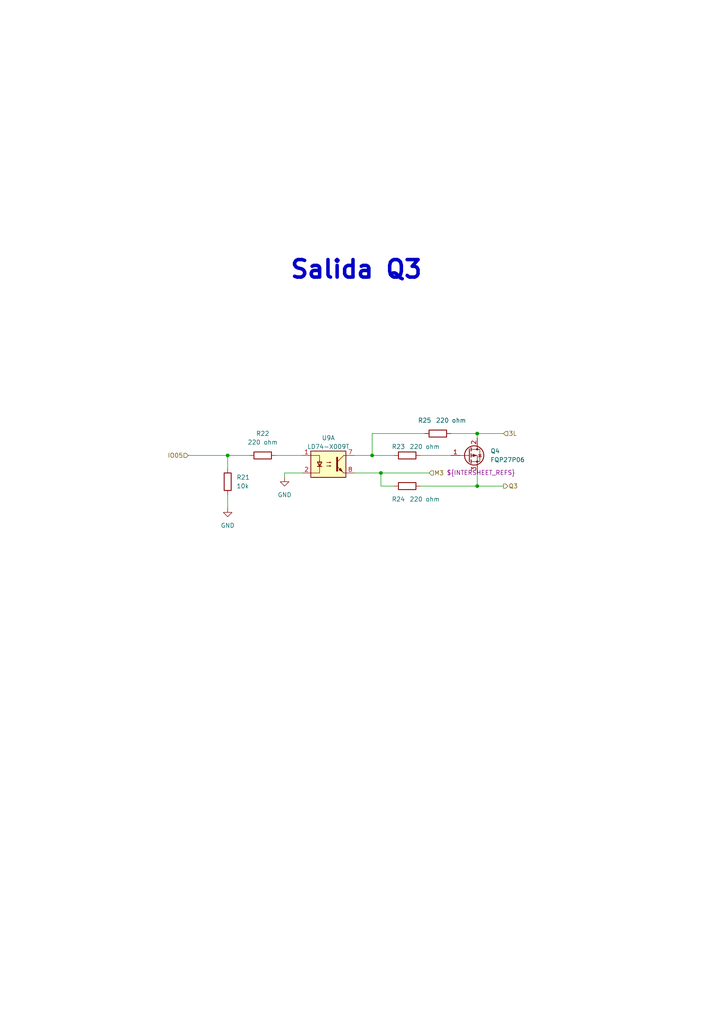
<source format=kicad_sch>
(kicad_sch (version 20221004) (generator eeschema)
  (paper "A4" portrait)
  (title_block (date "2022-10-09") (rev "José Luis Laica"))
  (lib_symbols
    (symbol "Device:R" (pin_numbers hide) (pin_names (offset 0))
      (property "Reference" "R" (at 2.032 0 90))
      (property "Value" "R" (at 0 0 90))
      (symbol "R_0_1"
        (rectangle (start -1.016 -2.54) (end 1.016 2.54) (stroke (width 0.254)))
      )
      (symbol "R_1_1"
        (pin passive line (at 0 3.81 270) (length 1.27) (name "~") (number "1"))
        (pin passive line (at 0 -3.81 90) (length 1.27) (name "~") (number "2"))
      )
    )
    (symbol "Isolator:ILD74" (pin_names (offset 1.016))
      (property "Reference" "U" (at -5.08 5.08 0))
      (property "Value" "ILD74" (at 0 5.08 0))
      (symbol "ILD74_0_1"
        (rectangle (start -5.08 3.81) (end 5.08 -3.81) (stroke (width 0.254)) (fill (type background)))
        (polyline (pts (xy -3.175 -0.635) (xy -1.905 -0.635)) (stroke (width 0.254)))
        (polyline (pts (xy 2.54 0.635) (xy 4.445 2.54)))
        (polyline (pts (xy 4.445 -2.54) (xy 2.54 -0.635)) (fill (type outline)))
        (polyline (pts (xy 4.445 -2.54) (xy 5.08 -2.54)))
        (polyline (pts (xy 4.445 2.54) (xy 5.08 2.54)))
        (polyline (pts (xy -5.08 2.54) (xy -2.54 2.54) (xy -2.54 0.635)))
        (polyline (pts (xy 2.54 1.905) (xy 2.54 -1.905) (xy 2.54 -1.905)) (stroke (width 0.508)))
        (polyline (pts (xy -2.54 -0.635) (xy -3.175 0.635) (xy -1.905 0.635) (xy -2.54 -0.635)) (stroke (width 0.254)))
        (polyline (pts (xy -2.54 -0.635) (xy -2.54 1.27) (xy -2.54 -2.54) (xy -5.08 -2.54)))
        (polyline (pts (xy -0.508 -0.508) (xy 0.762 -0.508) (xy 0.381 -0.635) (xy 0.381 -0.381) (xy 0.762 -0.508)))
        (polyline (pts (xy -0.508 0.508) (xy 0.762 0.508) (xy 0.381 0.381) (xy 0.381 0.635) (xy 0.762 0.508)))
        (polyline (pts (xy 3.048 -1.651) (xy 3.556 -1.143) (xy 4.064 -2.159) (xy 3.048 -1.651) (xy 3.048 -1.651)) (fill (type outline)))
      )
      (symbol "ILD74_1_1"
        (pin passive line (at -7.62 2.54 0) (length 2.54) (name "~") (number "1"))
        (pin passive line (at -7.62 -2.54 0) (length 2.54) (name "~") (number "2"))
        (pin passive line (at 7.62 2.54 180) (length 2.54) (name "~") (number "7"))
        (pin passive line (at 7.62 -2.54 180) (length 2.54) (name "~") (number "8"))
      )
      (symbol "ILD74_2_1"
        (pin passive line (at -7.62 -2.54 0) (length 2.54) (name "~") (number "3"))
        (pin passive line (at -7.62 2.54 0) (length 2.54) (name "~") (number "4"))
        (pin passive line (at 7.62 -2.54 180) (length 2.54) (name "~") (number "5"))
        (pin passive line (at 7.62 2.54 180) (length 2.54) (name "~") (number "6"))
      )
    )
    (symbol "Transistor_FET:FQP27P06" (pin_names hide)
      (property "Reference" "Q" (at 5.08 1.905 0))
      (property "Value" "FQP27P06" (at 5.08 0 0))
      (symbol "FQP27P06_0_1"
        (polyline (pts (xy 0.254 0) (xy -2.54 0)))
        (polyline (pts (xy 0.254 1.905) (xy 0.254 -1.905)) (stroke (width 0.254)))
        (polyline (pts (xy 0.762 -1.27) (xy 0.762 -2.286)) (stroke (width 0.254)))
        (polyline (pts (xy 0.762 0.508) (xy 0.762 -0.508)) (stroke (width 0.254)))
        (polyline (pts (xy 0.762 2.286) (xy 0.762 1.27)) (stroke (width 0.254)))
        (polyline (pts (xy 2.54 2.54) (xy 2.54 1.778)))
        (polyline (pts (xy 2.54 -2.54) (xy 2.54 0) (xy 0.762 0)))
        (polyline (pts (xy 0.762 1.778) (xy 3.302 1.778) (xy 3.302 -1.778) (xy 0.762 -1.778)))
        (polyline (pts (xy 2.286 0) (xy 1.27 0.381) (xy 1.27 -0.381) (xy 2.286 0)) (fill (type outline)))
        (polyline (pts (xy 2.794 -0.508) (xy 2.921 -0.381) (xy 3.683 -0.381) (xy 3.81 -0.254)))
        (polyline (pts (xy 3.302 -0.381) (xy 2.921 0.254) (xy 3.683 0.254) (xy 3.302 -0.381)))
        (circle (center 1.651 0) (radius 2.794) (stroke (width 0.254)))
        (circle (center 2.54 -1.778) (radius 0.254) (fill (type outline)))
        (circle (center 2.54 1.778) (radius 0.254) (fill (type outline)))
      )
      (symbol "FQP27P06_1_1"
        (pin input line (at -5.08 0 0) (length 2.54) (name "G") (number "1"))
        (pin passive line (at 2.54 5.08 270) (length 2.54) (name "D") (number "2"))
        (pin passive line (at 2.54 -5.08 90) (length 2.54) (name "S") (number "3"))
      )
    )
    (symbol "power:GND" (power) (pin_names (offset 0))
      (property "Value" "GND" (at 0 -3.81 0))
      (symbol "GND_0_1"
        (polyline (pts (xy 0 0) (xy 0 -1.27) (xy 1.27 -1.27) (xy 0 -2.54) (xy -1.27 -1.27) (xy 0 -1.27)))
      )
      (symbol "GND_1_1"
        (pin power_in line (at 0 0 270) (length 0) hide (name "GND") (number "1"))
      )
    )
  )
  (junction (at 107.95 132.08))
  (junction (at 138.43 140.97))
  (junction (at 138.43 125.73))
  (junction (at 110.49 137.16))
  (junction (at 66.04 132.08))
  (wire (pts (xy 102.87 132.08) (xy 107.95 132.08)))
  (wire (pts (xy 138.43 140.97) (xy 146.05 140.97)))
  (wire (pts (xy 138.43 125.73) (xy 146.05 125.73)))
  (wire (pts (xy 110.49 140.97) (xy 110.49 137.16)))
  (wire (pts (xy 121.92 132.08) (xy 130.81 132.08)))
  (wire (pts (xy 66.04 132.08) (xy 66.04 135.89)))
  (wire (pts (xy 54.61 132.08) (xy 66.04 132.08)))
  (wire (pts (xy 66.04 143.51) (xy 66.04 147.32)))
  (wire (pts (xy 107.95 125.73) (xy 107.95 132.08)))
  (wire (pts (xy 82.55 137.16) (xy 82.55 138.43)))
  (wire (pts (xy 80.01 132.08) (xy 87.63 132.08)))
  (wire (pts (xy 66.04 132.08) (xy 72.39 132.08)))
  (wire (pts (xy 123.19 125.73) (xy 107.95 125.73)))
  (wire (pts (xy 138.43 125.73) (xy 138.43 127)))
  (wire (pts (xy 107.95 132.08) (xy 114.3 132.08)))
  (wire (pts (xy 121.92 140.97) (xy 138.43 140.97)))
  (wire (pts (xy 110.49 137.16) (xy 102.87 137.16)))
  (wire (pts (xy 114.3 140.97) (xy 110.49 140.97)))
  (wire (pts (xy 110.49 137.16) (xy 124.46 137.16)))
  (wire (pts (xy 87.63 137.16) (xy 82.55 137.16)))
  (wire (pts (xy 138.43 140.97) (xy 138.43 137.16)))
  (wire (pts (xy 130.81 125.73) (xy 138.43 125.73)))
  (text "Salida Q3" (at 83.82 81.28 0) (effects (font (size 5.08 5.08) (thickness 1.016) bold) (justify left bottom)))
  (hierarchical_label "3L" (shape input) (at 146.05 125.73 0))
  (hierarchical_label "Q3" (shape output) (at 146.05 140.97 0))
  (hierarchical_label "M3" (shape input) (at 124.46 137.16 0) (property "Intersheet References" "${INTERSHEET_REFS}" (at 129.5341 137.0806 0) (effects (justify left))))
  (hierarchical_label "IO05" (shape input) (at 54.61 132.08 180))
  (symbol (lib_id "Device:R") (at 66.04 139.7 0) (unit 1)
    (property "Reference" "R21" (at 68.58 138.4299 0) (effects (justify left)))
    (property "Value" "10k" (at 68.58 140.9699 0) (effects (justify left)))
    (property "Footprint" "Resistor_SMD:R_0603_1608Metric" (effects hide))
  )
  (symbol (lib_id "power:GND") (at 66.04 147.32 0) (unit 1)
    (property "Reference" "#PWR016" (effects hide))
    (property "Value" "GND" (at 66.04 152.4 0))
  )
  (symbol (lib_id "Device:R") (at 127 125.73 90) (unit 1)
    (property "Reference" "R25" (at 123.19 121.92 90))
    (property "Value" "220 ohm" (at 130.81 121.92 90))
    (property "Footprint" "Resistor_SMD:R_0603_1608Metric" (effects hide))
  )
  (symbol (lib_id "Device:R") (at 118.11 140.97 90) (unit 1)
    (property "Reference" "R24" (at 115.57 144.78 90))
    (property "Value" "220 ohm" (at 123.19 144.78 90))
    (property "Footprint" "Resistor_SMD:R_0603_1608Metric" (effects hide))
  )
  (symbol (lib_id "power:GND") (at 82.55 138.43 0) (unit 1)
    (property "Reference" "#PWR017" (effects hide))
    (property "Value" "GND" (at 82.55 143.51 0))
  )
  (symbol (lib_id "Device:R") (at 118.11 132.08 90) (unit 1)
    (property "Reference" "R23" (at 115.57 129.54 90))
    (property "Value" "220 ohm" (at 123.19 129.54 90))
    (property "Footprint" "Resistor_SMD:R_0603_1608Metric" (effects hide))
  )
  (symbol (lib_id "Device:R") (at 76.2 132.08 90) (unit 1)
    (property "Reference" "R22" (at 76.2 125.73 90))
    (property "Value" "220 ohm" (at 76.2 128.27 90))
    (property "Footprint" "Resistor_SMD:R_0603_1608Metric_Pad0.98x0.95mm_HandSolder" (effects hide))
  )
  (symbol (lib_id "Isolator:ILD74") (at 95.25 134.62 0) (unit 1)
    (property "Reference" "U9" (at 95.25 127 0))
    (property "Value" "LD74-X009T" (at 95.25 129.54 0))
    (property "Footprint" "Package_DIP:DIP-8_W8.89mm_SMDSocket_LongPads" (effects hide))
    (property "Datasheet" "https://www.vishay.com/docs/83640/ild74.pdf" (effects hide))
    (property "Datasheet" "https://www.vishay.com/docs/83640/ild74.pdf" (effects hide))
  )
  (symbol (lib_id "Transistor_FET:FQP27P06") (at 135.89 132.08 0) (unit 1)
    (property "Reference" "Q4" (at 142.24 130.8099 0) (effects (justify left)))
    (property "Value" "FQP27P06" (at 142.24 133.3499 0) (effects (justify left)))
    (property "Footprint" "Package_TO_SOT_SMD:TO-252-3_TabPin2" (effects hide))
    (property "Datasheet" "https://www.onsemi.com/pub/Collateral/FQP27P06-D.PDF" (effects hide))
  )
)
</source>
